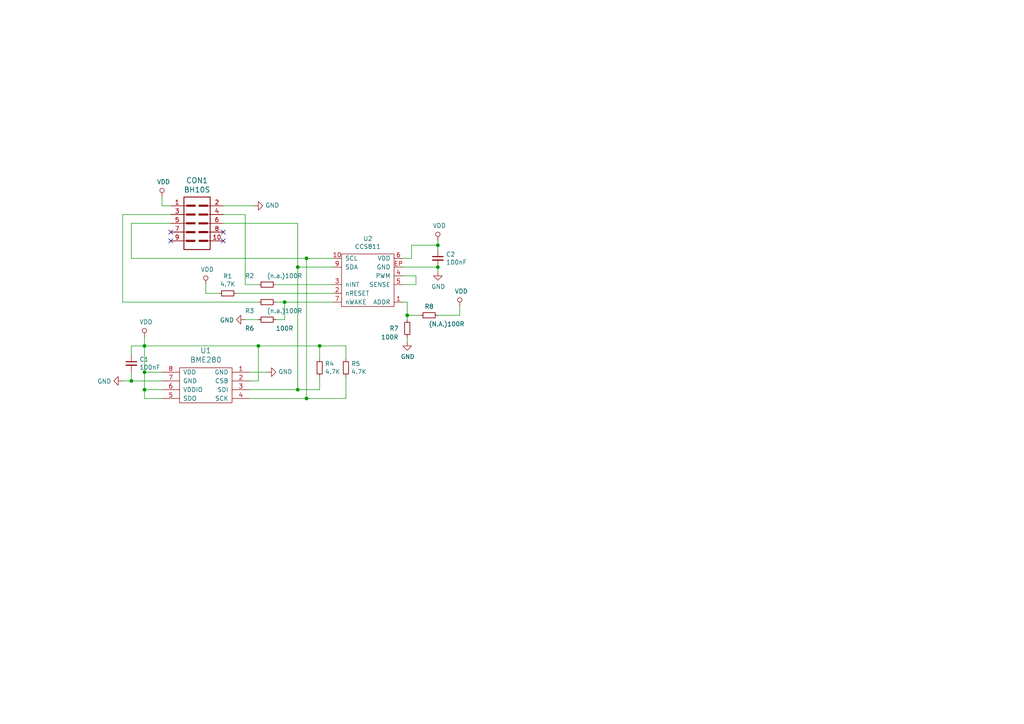
<source format=kicad_sch>
(kicad_sch (version 20230121) (generator eeschema)
  (paper "A4")
  (lib_symbols
    (symbol "MOD-ENV_revB-rescue:BH10S-OLIMEX_Connectors" (pin_names (offset 1.016) hide)
      (property "Reference" "CON" (at 0.0508 8.9154 0))
      (property "Value" "OLIMEX_Connectors_BH10S" (at 0.3048 -9.4234 0))
      (symbol "BH10S-OLIMEX_Connectors_0_0"
        (rectangle (start -3.1242 -4.8514) (end -0.5588 -5.3086))
        (rectangle (start -3.1242 -2.3368) (end -0.5588 -2.794))
        (rectangle (start -3.0988 0.254) (end -0.5334 -0.2032))
        (rectangle (start -3.0734 2.7686) (end -0.508 2.3114))
        (rectangle (start -3.048 5.334) (end -0.4826 4.8768))
        (polyline (pts (xy -3.0226 -5.0038) (xy -0.5842 -5.0038) (xy -0.5842 -5.2324) (xy -2.9972 -5.2578) (xy -3.0226 -5.08) (xy -0.7112 -5.08) (xy -0.7112 -5.1562) (xy -2.9972 -5.1054)))
        (polyline (pts (xy -3.0226 0.1016) (xy -0.5842 0.1016) (xy -0.5842 -0.127) (xy -2.9972 -0.1524) (xy -3.0226 0.0254) (xy -0.7112 0.0254) (xy -0.7112 -0.0508) (xy -2.9972 0)))
        (polyline (pts (xy -2.9972 -2.4638) (xy -0.5588 -2.4638) (xy -0.5588 -2.6924) (xy -2.9718 -2.7178) (xy -2.9972 -2.54) (xy -0.6858 -2.54) (xy -0.6858 -2.6162) (xy -2.9718 -2.5654)))
        (polyline (pts (xy -2.9718 2.667) (xy -0.5334 2.667) (xy -0.5334 2.4384) (xy -2.9464 2.413) (xy -2.9718 2.5908) (xy -0.6604 2.5908) (xy -0.6604 2.5146) (xy -2.9464 2.5654)))
        (polyline (pts (xy -2.9464 5.2324) (xy -0.508 5.2324) (xy -0.508 5.0038) (xy -2.921 4.9784) (xy -2.9464 5.1562) (xy -0.635 5.1562) (xy -0.635 5.08) (xy -2.921 5.1308)))
        (polyline (pts (xy 0.5588 0.1016) (xy 2.9972 0.1016) (xy 2.9972 -0.127) (xy 0.5842 -0.1524) (xy 0.5588 0.0254) (xy 2.8702 0.0254) (xy 2.8702 -0.0508) (xy 0.5842 0)))
        (polyline (pts (xy 0.5842 -2.4384) (xy 3.0226 -2.4384) (xy 3.0226 -2.667) (xy 0.6096 -2.6924) (xy 0.5842 -2.5146) (xy 2.8956 -2.5146) (xy 2.8956 -2.5908) (xy 0.6096 -2.54)))
        (polyline (pts (xy 0.5842 2.667) (xy 3.0226 2.667) (xy 3.0226 2.4384) (xy 0.6096 2.413) (xy 0.5842 2.5908) (xy 2.8956 2.5908) (xy 2.8956 2.5146) (xy 0.6096 2.5654)))
        (polyline (pts (xy 0.635 -4.953) (xy 3.0734 -4.953) (xy 3.0734 -5.1816) (xy 0.6604 -5.207) (xy 0.635 -5.0292) (xy 2.9464 -5.0292) (xy 2.9464 -5.1054) (xy 0.6604 -5.0546)))
        (polyline (pts (xy 0.6858 5.2324) (xy 3.1242 5.2324) (xy 3.1242 5.0038) (xy 0.7112 4.9784) (xy 0.6858 5.1562) (xy 2.9972 5.1562) (xy 2.9972 5.08) (xy 0.7112 5.1308)))
        (rectangle (start 0.508 -2.3114) (end 3.0734 -2.7686))
        (rectangle (start 0.508 0.2286) (end 3.0734 -0.2286))
        (rectangle (start 0.5334 2.7686) (end 3.0988 2.3114))
        (rectangle (start 0.5588 -4.8514) (end 3.1242 -5.3086))
        (rectangle (start 0.5588 5.334) (end 3.1242 4.8768))
      )
      (symbol "BH10S-OLIMEX_Connectors_0_1"
        (rectangle (start -3.81 7.62) (end 3.81 -7.62) (stroke (width 0.254)))
        (polyline (pts (xy -3.81 -5.08) (xy -3.048 -5.08)))
        (polyline (pts (xy -3.81 -2.54) (xy -3.048 -2.54)))
        (polyline (pts (xy -3.81 0) (xy -3.048 0)))
        (polyline (pts (xy -3.81 2.54) (xy -3.048 2.54)))
        (polyline (pts (xy -3.81 5.08) (xy -3.048 5.08)))
        (polyline (pts (xy 3.81 -5.08) (xy 3.048 -5.08)))
        (polyline (pts (xy 3.81 -2.54) (xy 3.048 -2.54)))
        (polyline (pts (xy 3.81 0) (xy 3.048 0)))
        (polyline (pts (xy 3.81 2.54) (xy 3.048 2.54)))
        (polyline (pts (xy 3.81 5.08) (xy 3.048 5.08)))
      )
      (symbol "BH10S-OLIMEX_Connectors_1_1"
        (pin passive line (at -7.62 5.08 0) (length 3.7084) (name "1") (number "1"))
        (pin passive line (at 7.62 -5.08 180) (length 3.7084) (name "10") (number "10"))
        (pin passive line (at 7.62 5.08 180) (length 3.7084) (name "2") (number "2"))
        (pin passive line (at -7.62 2.54 0) (length 3.7084) (name "3") (number "3"))
        (pin passive line (at 7.62 2.54 180) (length 3.7084) (name "4") (number "4"))
        (pin passive line (at -7.62 0 0) (length 3.7084) (name "5") (number "5"))
        (pin passive line (at 7.62 0 180) (length 3.7084) (name "6") (number "6"))
        (pin passive line (at -7.62 -2.54 0) (length 3.7084) (name "7") (number "7"))
        (pin passive line (at 7.62 -2.54 180) (length 3.7084) (name "8") (number "8"))
        (pin passive line (at -7.62 -5.08 0) (length 3.7084) (name "9") (number "9"))
      )
    )
    (symbol "MOD-ENV_revB-rescue:BME280-OLIMEX_IC" (pin_names (offset 1.016))
      (property "Reference" "U" (at 0 6.35 0))
      (property "Value" "OLIMEX_IC_BME280" (at 1.27 -6.35 0))
      (symbol "BME280-OLIMEX_IC_0_1"
        (rectangle (start -6.35 5.08) (end 8.89 -5.08))
      )
      (symbol "BME280-OLIMEX_IC_1_1"
        (pin power_in line (at 13.97 3.81 180) (length 5.08) (name "GND") (number "1"))
        (pin input line (at 13.97 1.27 180) (length 5.08) (name "CSB") (number "2"))
        (pin bidirectional line (at 13.97 -1.27 180) (length 5.08) (name "SDI") (number "3"))
        (pin input line (at 13.97 -3.81 180) (length 5.08) (name "SCK") (number "4"))
        (pin bidirectional line (at -11.43 -3.81 0) (length 5.08) (name "SDO") (number "5"))
        (pin power_in line (at -11.43 -1.27 0) (length 5.08) (name "VDDIO") (number "6"))
        (pin power_in line (at -11.43 1.27 0) (length 5.08) (name "GND") (number "7"))
        (pin power_in line (at -11.43 3.81 0) (length 5.08) (name "VDD") (number "8"))
      )
    )
    (symbol "MOD-ENV_revB-rescue:CCS811-lz1ddd" (pin_names (offset 1.016))
      (property "Reference" "U" (at 0 8.89 0))
      (property "Value" "CCS811-lz1ddd" (at 0 -8.89 0))
      (symbol "CCS811-lz1ddd_0_1"
        (rectangle (start -7.62 7.62) (end 7.62 -7.62))
      )
      (symbol "CCS811-lz1ddd_1_1"
        (pin input line (at 10.16 -6.35 180) (length 2.54) (name "ADDR") (number "1"))
        (pin bidirectional line (at -10.16 6.35 0) (length 2.54) (name "SCL") (number "10"))
        (pin bidirectional line (at -10.16 -3.81 0) (length 2.54) (name "nRESET") (number "2"))
        (pin bidirectional line (at -10.16 -1.27 0) (length 2.54) (name "nINT") (number "3"))
        (pin output line (at 10.16 1.27 180) (length 2.54) (name "PWM") (number "4"))
        (pin input line (at 10.16 -1.27 180) (length 2.54) (name "SENSE") (number "5"))
        (pin power_in line (at 10.16 6.35 180) (length 2.54) (name "VDD") (number "6"))
        (pin input line (at -10.16 -6.35 0) (length 2.54) (name "nWAKE") (number "7"))
        (pin bidirectional line (at -10.16 3.81 0) (length 2.54) (name "SDA") (number "9"))
        (pin power_in line (at 10.16 3.81 180) (length 2.54) (name "GND") (number "EP"))
      )
    )
    (symbol "MOD-ENV_revB-rescue:C_Small-OLIMEX_RCL" (pin_numbers hide) (pin_names (offset 0.254) hide)
      (property "Reference" "C" (at 0.254 1.778 0))
      (property "Value" "OLIMEX_RCL_C_Small" (at 0.254 -2.032 0))
      (symbol "C_Small-OLIMEX_RCL_0_1"
        (polyline (pts (xy -1.524 -0.508) (xy 1.524 -0.508)) (stroke (width 0.3302)))
        (polyline (pts (xy -1.524 0.508) (xy 1.524 0.508)) (stroke (width 0.3048)))
      )
      (symbol "C_Small-OLIMEX_RCL_1_1"
        (pin passive line (at 0 2.54 270) (length 1.905) (name "~") (number "1"))
        (pin passive line (at 0 -2.54 90) (length 2.032) (name "~") (number "2"))
      )
    )
    (symbol "MOD-ENV_revB-rescue:GND-OLIMEX_Power" (power) (pin_names (offset 0))
      (property "Value" "GND-OLIMEX_Power" (at 0 -3.81 0))
      (symbol "GND-OLIMEX_Power_0_1"
        (polyline (pts (xy 0 0) (xy 0 -1.27) (xy 1.27 -1.27) (xy 0 -2.54) (xy -1.27 -1.27) (xy 0 -1.27)))
      )
      (symbol "GND-OLIMEX_Power_1_1"
        (pin power_in line (at 0 0 270) (length 0) hide (name "GND") (number "1"))
      )
    )
    (symbol "MOD-ENV_revB-rescue:R_Small-OLIMEX_RCL" (pin_numbers hide) (pin_names (offset 0.254) hide)
      (property "Reference" "R" (at 0.762 0.508 0))
      (property "Value" "OLIMEX_RCL_R_Small" (at 0.762 -1.016 0))
      (symbol "R_Small-OLIMEX_RCL_0_1"
        (rectangle (start -0.762 1.778) (end 0.762 -1.778) (stroke (width 0.2032)))
      )
      (symbol "R_Small-OLIMEX_RCL_1_1"
        (pin passive line (at 0 2.54 270) (length 0.762) (name "~") (number "1"))
        (pin passive line (at 0 -2.54 90) (length 0.762) (name "~") (number "2"))
      )
    )
    (symbol "MOD-ENV_revB-rescue:VDD-OLIMEX_Power" (power) (pin_names (offset 0))
      (property "Value" "VDD-OLIMEX_Power" (at 0 3.81 0))
      (symbol "VDD-OLIMEX_Power_0_1"
        (polyline (pts (xy 0 0) (xy 0 1.27)))
        (circle (center 0 1.905) (radius 0.635))
      )
      (symbol "VDD-OLIMEX_Power_1_1"
        (pin power_in line (at 0 0 90) (length 0) hide (name "VDD") (number "1"))
      )
    )
  )
  (junction (at 41.91 107.95))
  (junction (at 41.91 113.03))
  (junction (at 41.91 100.33))
  (junction (at 92.71 100.33))
  (junction (at 86.36 77.47))
  (junction (at 127 77.47))
  (junction (at 88.9 115.57))
  (junction (at 38.1 110.49))
  (junction (at 82.55 87.63))
  (junction (at 86.36 113.03))
  (junction (at 118.11 91.44))
  (junction (at 127 71.12))
  (junction (at 74.93 100.33))
  (junction (at 88.9 74.93))
  (no_connect (at 64.77 67.31))
  (no_connect (at 49.53 67.31))
  (no_connect (at 64.77 69.85))
  (no_connect (at 49.53 69.85))
  (wire (pts (xy 116.84 77.47) (xy 127 77.47)))
  (wire (pts (xy 80.01 87.63) (xy 82.55 87.63)))
  (wire (pts (xy 46.99 113.03) (xy 41.91 113.03)))
  (wire (pts (xy 64.77 64.77) (xy 86.36 64.77)))
  (wire (pts (xy 35.56 62.23) (xy 49.53 62.23)))
  (wire (pts (xy 41.91 113.03) (xy 41.91 115.57)))
  (wire (pts (xy 88.9 74.93) (xy 38.1 74.93)))
  (wire (pts (xy 96.52 74.93) (xy 88.9 74.93)))
  (wire (pts (xy 80.01 82.55) (xy 96.52 82.55)))
  (wire (pts (xy 38.1 107.95) (xy 38.1 110.49)))
  (wire (pts (xy 118.11 87.63) (xy 118.11 91.44)))
  (wire (pts (xy 80.01 92.71) (xy 82.55 92.71)))
  (wire (pts (xy 41.91 100.33) (xy 74.93 100.33)))
  (wire (pts (xy 49.53 59.69) (xy 46.99 59.69)))
  (wire (pts (xy 63.5 85.09) (xy 59.69 85.09)))
  (wire (pts (xy 92.71 100.33) (xy 74.93 100.33)))
  (wire (pts (xy 46.99 59.69) (xy 46.99 57.15)))
  (wire (pts (xy 88.9 74.93) (xy 88.9 115.57)))
  (wire (pts (xy 127 72.39) (xy 127 71.12)))
  (wire (pts (xy 100.33 115.57) (xy 88.9 115.57)))
  (wire (pts (xy 41.91 107.95) (xy 41.91 113.03)))
  (wire (pts (xy 127 77.47) (xy 127 78.74)))
  (wire (pts (xy 96.52 85.09) (xy 68.58 85.09)))
  (wire (pts (xy 72.39 107.95) (xy 77.47 107.95)))
  (wire (pts (xy 118.11 91.44) (xy 118.11 92.71)))
  (wire (pts (xy 88.9 115.57) (xy 72.39 115.57)))
  (wire (pts (xy 82.55 87.63) (xy 96.52 87.63)))
  (wire (pts (xy 74.93 87.63) (xy 35.56 87.63)))
  (wire (pts (xy 92.71 104.14) (xy 92.71 100.33)))
  (wire (pts (xy 92.71 113.03) (xy 86.36 113.03)))
  (wire (pts (xy 64.77 62.23) (xy 71.12 62.23)))
  (wire (pts (xy 38.1 100.33) (xy 41.91 100.33)))
  (wire (pts (xy 100.33 100.33) (xy 92.71 100.33)))
  (wire (pts (xy 38.1 64.77) (xy 49.53 64.77)))
  (wire (pts (xy 71.12 82.55) (xy 74.93 82.55)))
  (wire (pts (xy 116.84 80.01) (xy 120.65 80.01)))
  (wire (pts (xy 46.99 110.49) (xy 38.1 110.49)))
  (wire (pts (xy 41.91 107.95) (xy 41.91 100.33)))
  (wire (pts (xy 116.84 87.63) (xy 118.11 87.63)))
  (wire (pts (xy 82.55 92.71) (xy 82.55 87.63)))
  (wire (pts (xy 59.69 85.09) (xy 59.69 82.55)))
  (wire (pts (xy 74.93 92.71) (xy 71.12 92.71)))
  (wire (pts (xy 116.84 74.93) (xy 119.38 74.93)))
  (wire (pts (xy 86.36 113.03) (xy 72.39 113.03)))
  (wire (pts (xy 133.35 91.44) (xy 133.35 88.9)))
  (wire (pts (xy 100.33 104.14) (xy 100.33 100.33)))
  (wire (pts (xy 71.12 62.23) (xy 71.12 82.55)))
  (wire (pts (xy 100.33 109.22) (xy 100.33 115.57)))
  (wire (pts (xy 118.11 91.44) (xy 121.92 91.44)))
  (wire (pts (xy 46.99 107.95) (xy 41.91 107.95)))
  (wire (pts (xy 35.56 87.63) (xy 35.56 62.23)))
  (wire (pts (xy 74.93 110.49) (xy 72.39 110.49)))
  (wire (pts (xy 38.1 110.49) (xy 35.56 110.49)))
  (wire (pts (xy 86.36 77.47) (xy 86.36 113.03)))
  (wire (pts (xy 74.93 100.33) (xy 74.93 110.49)))
  (wire (pts (xy 41.91 115.57) (xy 46.99 115.57)))
  (wire (pts (xy 86.36 77.47) (xy 96.52 77.47)))
  (wire (pts (xy 119.38 74.93) (xy 119.38 71.12)))
  (wire (pts (xy 38.1 102.87) (xy 38.1 100.33)))
  (wire (pts (xy 118.11 97.79) (xy 118.11 99.06)))
  (wire (pts (xy 120.65 80.01) (xy 120.65 82.55)))
  (wire (pts (xy 41.91 100.33) (xy 41.91 97.79)))
  (wire (pts (xy 120.65 82.55) (xy 116.84 82.55)))
  (wire (pts (xy 119.38 71.12) (xy 127 71.12)))
  (wire (pts (xy 38.1 74.93) (xy 38.1 64.77)))
  (wire (pts (xy 127 71.12) (xy 127 69.85)))
  (wire (pts (xy 127 91.44) (xy 133.35 91.44)))
  (wire (pts (xy 64.77 59.69) (xy 73.66 59.69)))
  (wire (pts (xy 92.71 109.22) (xy 92.71 113.03)))
  (wire (pts (xy 86.36 64.77) (xy 86.36 77.47)))
  (symbol (lib_id "MOD-ENV_revB-rescue:R_Small-OLIMEX_RCL") (at 77.47 92.71 270) (unit 1)
    (property "Reference" "R6" (at 72.39 95.25 90))
    (property "Value" "100R" (at 82.55 95.25 90))
    (property "Footprint" "OLIMEX_RLC-FP:R_0402_5MIL_DWS" (effects hide))
  )
  (symbol (lib_id "MOD-ENV_revB-rescue:GND-OLIMEX_Power") (at 71.12 92.71 270) (unit 1)
    (property "Reference" "#PWR0101" (effects hide))
    (property "Value" "GND" (at 67.8688 92.837 90) (effects (justify right)))
  )
  (symbol (lib_id "MOD-ENV_revB-rescue:CCS811-lz1ddd") (at 106.68 81.28 0) (unit 1)
    (property "Reference" "U2" (at 106.68 69.215 0))
    (property "Value" "CCS811" (at 106.68 71.5264 0))
    (property "Footprint" "OLIMEX_IC-FP:CCS811" (effects hide))
  )
  (symbol (lib_id "MOD-ENV_revB-rescue:BH10S-OLIMEX_Connectors") (at 57.15 64.77 0) (unit 1)
    (property "Reference" "CON1" (at 57.15 52.3494 0) (effects (font (size 1.524 1.524))))
    (property "Value" "BH10S" (at 57.15 55.0418 0) (effects (font (size 1.524 1.524))))
    (property "Footprint" "OLIMEX_Connectors-FP:UEXTM-SMD" (effects hide))
  )
  (symbol (lib_id "MOD-ENV_revB-rescue:R_Small-OLIMEX_RCL") (at 77.47 82.55 270) (unit 1)
    (property "Reference" "R2" (at 72.39 80.01 90))
    (property "Value" "(n.a.)100R" (at 82.55 80.01 90))
    (property "Footprint" "OLIMEX_RLC-FP:R_0402_5MIL_DWS" (effects hide))
  )
  (symbol (lib_id "MOD-ENV_revB-rescue:R_Small-OLIMEX_RCL") (at 77.47 87.63 270) (unit 1)
    (property "Reference" "R3" (at 72.39 90.17 90))
    (property "Value" "(n.a.)100R" (at 82.55 90.17 90))
    (property "Footprint" "OLIMEX_RLC-FP:R_0402_5MIL_DWS" (effects hide))
  )
  (symbol (lib_id "MOD-ENV_revB-rescue:R_Small-OLIMEX_RCL") (at 66.04 85.09 270) (unit 1)
    (property "Reference" "R1" (at 66.04 80.1116 90))
    (property "Value" "4.7K" (at 66.04 82.423 90))
    (property "Footprint" "OLIMEX_RLC-FP:R_0402_5MIL_DWS" (effects hide))
  )
  (symbol (lib_id "MOD-ENV_revB-rescue:VDD-OLIMEX_Power") (at 59.69 82.55 0) (unit 1)
    (property "Reference" "#PWR04" (effects hide))
    (property "Value" "VDD" (at 60.1218 78.1558 0))
  )
  (symbol (lib_id "MOD-ENV_revB-rescue:VDD-OLIMEX_Power") (at 46.99 57.15 0) (unit 1)
    (property "Reference" "#PWR03" (effects hide))
    (property "Value" "VDD" (at 47.4218 52.7558 0))
  )
  (symbol (lib_id "MOD-ENV_revB-rescue:GND-OLIMEX_Power") (at 73.66 59.69 90) (unit 1)
    (property "Reference" "#PWR05" (effects hide))
    (property "Value" "GND" (at 76.9112 59.563 90) (effects (justify right)))
  )
  (symbol (lib_id "MOD-ENV_revB-rescue:GND-OLIMEX_Power") (at 118.11 99.06 0) (unit 1)
    (property "Reference" "#PWR07" (effects hide))
    (property "Value" "GND" (at 118.237 103.4542 0))
  )
  (symbol (lib_id "MOD-ENV_revB-rescue:C_Small-OLIMEX_RCL") (at 127 74.93 0) (unit 1)
    (property "Reference" "C2" (at 129.3368 73.7616 0) (effects (justify left)))
    (property "Value" "100nF" (at 129.3368 76.073 0) (effects (justify left)))
    (property "Footprint" "OLIMEX_RLC-FP:C_0402_5MIL_DWS" (effects hide))
  )
  (symbol (lib_id "MOD-ENV_revB-rescue:GND-OLIMEX_Power") (at 127 78.74 0) (unit 1)
    (property "Reference" "#PWR09" (effects hide))
    (property "Value" "GND" (at 127.127 83.1342 0))
  )
  (symbol (lib_id "MOD-ENV_revB-rescue:VDD-OLIMEX_Power") (at 127 69.85 0) (unit 1)
    (property "Reference" "#PWR08" (effects hide))
    (property "Value" "VDD" (at 127.4318 65.4558 0))
  )
  (symbol (lib_id "MOD-ENV_revB-rescue:BME280-OLIMEX_IC") (at 58.42 111.76 0) (unit 1)
    (property "Reference" "U1" (at 59.69 101.6762 0) (effects (font (size 1.524 1.524))))
    (property "Value" "BME280" (at 59.69 104.3686 0) (effects (font (size 1.524 1.524))))
    (property "Footprint" "OLIMEX_IC-FP:BME280" (effects hide))
  )
  (symbol (lib_id "MOD-ENV_revB-rescue:GND-OLIMEX_Power") (at 35.56 110.49 270) (unit 1)
    (property "Reference" "#PWR01" (effects hide))
    (property "Value" "GND" (at 32.3088 110.617 90) (effects (justify right)))
  )
  (symbol (lib_id "MOD-ENV_revB-rescue:VDD-OLIMEX_Power") (at 41.91 97.79 0) (unit 1)
    (property "Reference" "#PWR02" (effects hide))
    (property "Value" "VDD" (at 42.3418 93.3958 0))
  )
  (symbol (lib_id "MOD-ENV_revB-rescue:C_Small-OLIMEX_RCL") (at 38.1 105.41 0) (unit 1)
    (property "Reference" "C1" (at 40.4368 104.2416 0) (effects (justify left)))
    (property "Value" "100nF" (at 40.4368 106.553 0) (effects (justify left)))
    (property "Footprint" "OLIMEX_RLC-FP:C_0402_5MIL_DWS" (effects hide))
  )
  (symbol (lib_id "MOD-ENV_revB-rescue:GND-OLIMEX_Power") (at 77.47 107.95 90) (unit 1)
    (property "Reference" "#PWR06" (effects hide))
    (property "Value" "GND" (at 80.7212 107.823 90) (effects (justify right)))
  )
  (symbol (lib_id "MOD-ENV_revB-rescue:R_Small-OLIMEX_RCL") (at 92.71 106.68 180) (unit 1)
    (property "Reference" "R4" (at 94.2086 105.5116 0) (effects (justify right)))
    (property "Value" "4.7K" (at 94.2086 107.823 0) (effects (justify right)))
    (property "Footprint" "OLIMEX_RLC-FP:R_0402_5MIL_DWS" (effects hide))
  )
  (symbol (lib_id "MOD-ENV_revB-rescue:R_Small-OLIMEX_RCL") (at 100.33 106.68 180) (unit 1)
    (property "Reference" "R5" (at 101.8286 105.5116 0) (effects (justify right)))
    (property "Value" "4.7K" (at 101.8286 107.823 0) (effects (justify right)))
    (property "Footprint" "OLIMEX_RLC-FP:R_0402_5MIL_DWS" (effects hide))
  )
  (symbol (lib_id "MOD-ENV_revB-rescue:R_Small-OLIMEX_RCL") (at 124.46 91.44 270) (unit 1)
    (property "Reference" "R8" (at 124.46 88.9 90))
    (property "Value" "(N.A.)100R" (at 129.54 93.98 90))
    (property "Footprint" "OLIMEX_RLC-FP:R_0402_5MIL_DWS" (effects hide))
  )
  (symbol (lib_id "MOD-ENV_revB-rescue:R_Small-OLIMEX_RCL") (at 118.11 95.25 180) (unit 1)
    (property "Reference" "R7" (at 114.3 95.25 0))
    (property "Value" "100R" (at 113.03 97.79 0))
    (property "Footprint" "OLIMEX_RLC-FP:R_0402_5MIL_DWS" (effects hide))
  )
  (symbol (lib_id "MOD-ENV_revB-rescue:VDD-OLIMEX_Power") (at 133.35 88.9 0) (unit 1)
    (property "Reference" "#PWR0102" (effects hide))
    (property "Value" "VDD" (at 133.7818 84.5058 0))
  )
)
</source>
